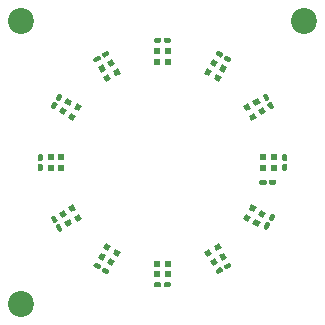
<source format=gts>
G04 #@! TF.GenerationSoftware,KiCad,Pcbnew,7.0.5.1-1-g8f565ef7f0-dirty-deb11*
G04 #@! TF.CreationDate,2023-06-03T11:29:32+00:00*
G04 #@! TF.ProjectId,pedalboard-led-ring,70656461-6c62-46f6-9172-642d6c65642d,1.0.0*
G04 #@! TF.SameCoordinates,Original*
G04 #@! TF.FileFunction,Soldermask,Top*
G04 #@! TF.FilePolarity,Negative*
%FSLAX46Y46*%
G04 Gerber Fmt 4.6, Leading zero omitted, Abs format (unit mm)*
G04 Created by KiCad (PCBNEW 7.0.5.1-1-g8f565ef7f0-dirty-deb11) date 2023-06-03 11:29:32*
%MOMM*%
%LPD*%
G01*
G04 APERTURE LIST*
%ADD10R,0.500000X0.500000*%
%ADD11C,2.200000*%
G04 APERTURE END LIST*
G36*
G01*
X71485740Y-65752869D02*
X71312534Y-65852869D01*
G75*
G02*
X71175931Y-65816266I-50000J86603D01*
G01*
X70958431Y-65439544D01*
G75*
G02*
X70995034Y-65302941I86603J50000D01*
G01*
X71168240Y-65202941D01*
G75*
G02*
X71304843Y-65239544I50000J-86603D01*
G01*
X71522343Y-65616266D01*
G75*
G02*
X71485740Y-65752869I-86603J-50000D01*
G01*
G37*
G36*
G01*
X71078240Y-65047059D02*
X70905034Y-65147059D01*
G75*
G02*
X70768431Y-65110456I-50000J86603D01*
G01*
X70550931Y-64733734D01*
G75*
G02*
X70587534Y-64597131I86603J50000D01*
G01*
X70760740Y-64497131D01*
G75*
G02*
X70897343Y-64533734I50000J-86603D01*
G01*
X71114843Y-64910456D01*
G75*
G02*
X71078240Y-65047059I-86603J-50000D01*
G01*
G37*
G36*
X84323205Y-67088012D02*
G01*
X84756217Y-66838012D01*
X85006217Y-67271024D01*
X84573205Y-67521024D01*
X84323205Y-67088012D01*
G37*
G36*
X83543783Y-67538012D02*
G01*
X83976795Y-67288012D01*
X84226795Y-67721024D01*
X83793783Y-67971024D01*
X83543783Y-67538012D01*
G37*
G36*
X83993783Y-68317434D02*
G01*
X84426795Y-68067434D01*
X84676795Y-68500446D01*
X84243783Y-68750446D01*
X83993783Y-68317434D01*
G37*
G36*
X84773205Y-67867434D02*
G01*
X85206217Y-67617434D01*
X85456217Y-68050446D01*
X85023205Y-68300446D01*
X84773205Y-67867434D01*
G37*
D10*
X88550000Y-59550000D03*
X88550000Y-60450000D03*
X89450000Y-60450000D03*
X89450000Y-59550000D03*
X79550000Y-51450000D03*
X80450000Y-51450000D03*
X80450000Y-50550000D03*
X79550000Y-50550000D03*
G36*
X87288012Y-63976795D02*
G01*
X87538012Y-63543783D01*
X87971024Y-63793783D01*
X87721024Y-64226795D01*
X87288012Y-63976795D01*
G37*
G36*
X86838012Y-64756217D02*
G01*
X87088012Y-64323205D01*
X87521024Y-64573205D01*
X87271024Y-65006217D01*
X86838012Y-64756217D01*
G37*
G36*
X87617434Y-65206217D02*
G01*
X87867434Y-64773205D01*
X88300446Y-65023205D01*
X88050446Y-65456217D01*
X87617434Y-65206217D01*
G37*
G36*
X88067434Y-64426795D02*
G01*
X88317434Y-63993783D01*
X88750446Y-64243783D01*
X88500446Y-64676795D01*
X88067434Y-64426795D01*
G37*
G36*
X72911988Y-64323205D02*
G01*
X73161988Y-64756217D01*
X72728976Y-65006217D01*
X72478976Y-64573205D01*
X72911988Y-64323205D01*
G37*
G36*
X72461988Y-63543783D02*
G01*
X72711988Y-63976795D01*
X72278976Y-64226795D01*
X72028976Y-63793783D01*
X72461988Y-63543783D01*
G37*
G36*
X71682566Y-63993783D02*
G01*
X71932566Y-64426795D01*
X71499554Y-64676795D01*
X71249554Y-64243783D01*
X71682566Y-63993783D01*
G37*
G36*
X72132566Y-64773205D02*
G01*
X72382566Y-65206217D01*
X71949554Y-65456217D01*
X71699554Y-65023205D01*
X72132566Y-64773205D01*
G37*
D11*
X68000000Y-48000000D03*
D10*
X80450000Y-68550000D03*
X79550000Y-68550000D03*
X79550000Y-69450000D03*
X80450000Y-69450000D03*
G36*
G01*
X85752869Y-68514260D02*
X85852869Y-68687466D01*
G75*
G02*
X85816266Y-68824069I-86603J-50000D01*
G01*
X85439544Y-69041569D01*
G75*
G02*
X85302941Y-69004966I-50000J86603D01*
G01*
X85202941Y-68831760D01*
G75*
G02*
X85239544Y-68695157I86603J50000D01*
G01*
X85616266Y-68477657D01*
G75*
G02*
X85752869Y-68514260I50000J-86603D01*
G01*
G37*
G36*
G01*
X85047059Y-68921760D02*
X85147059Y-69094966D01*
G75*
G02*
X85110456Y-69231569I-86603J-50000D01*
G01*
X84733734Y-69449069D01*
G75*
G02*
X84597131Y-69412466I-50000J86603D01*
G01*
X84497131Y-69239260D01*
G75*
G02*
X84533734Y-69102657I86603J50000D01*
G01*
X84910456Y-68885157D01*
G75*
G02*
X85047059Y-68921760I50000J-86603D01*
G01*
G37*
X71450000Y-60450000D03*
X71450000Y-59550000D03*
X70550000Y-59550000D03*
X70550000Y-60450000D03*
G36*
X72711988Y-56023205D02*
G01*
X72461988Y-56456217D01*
X72028976Y-56206217D01*
X72278976Y-55773205D01*
X72711988Y-56023205D01*
G37*
G36*
X73161988Y-55243783D02*
G01*
X72911988Y-55676795D01*
X72478976Y-55426795D01*
X72728976Y-54993783D01*
X73161988Y-55243783D01*
G37*
G36*
X72382566Y-54793783D02*
G01*
X72132566Y-55226795D01*
X71699554Y-54976795D01*
X71949554Y-54543783D01*
X72382566Y-54793783D01*
G37*
G36*
X71932566Y-55573205D02*
G01*
X71682566Y-56006217D01*
X71249554Y-55756217D01*
X71499554Y-55323205D01*
X71932566Y-55573205D01*
G37*
G36*
G01*
X88794103Y-65677869D02*
X88620897Y-65577869D01*
G75*
G02*
X88584294Y-65441266I50000J86603D01*
G01*
X88801794Y-65064544D01*
G75*
G02*
X88938397Y-65027941I86603J-50000D01*
G01*
X89111603Y-65127941D01*
G75*
G02*
X89148206Y-65264544I-50000J-86603D01*
G01*
X88930706Y-65641266D01*
G75*
G02*
X88794103Y-65677869I-86603J50000D01*
G01*
G37*
G36*
G01*
X89201603Y-64972059D02*
X89028397Y-64872059D01*
G75*
G02*
X88991794Y-64735456I50000J86603D01*
G01*
X89209294Y-64358734D01*
G75*
G02*
X89345897Y-64322131I86603J-50000D01*
G01*
X89519103Y-64422131D01*
G75*
G02*
X89555706Y-64558734I-50000J-86603D01*
G01*
X89338206Y-64935456D01*
G75*
G02*
X89201603Y-64972059I-86603J50000D01*
G01*
G37*
D11*
X92000000Y-48000000D03*
G36*
G01*
X70760740Y-55502869D02*
X70587534Y-55402869D01*
G75*
G02*
X70550931Y-55266266I50000J86603D01*
G01*
X70768431Y-54889544D01*
G75*
G02*
X70905034Y-54852941I86603J-50000D01*
G01*
X71078240Y-54952941D01*
G75*
G02*
X71114843Y-55089544I-50000J-86603D01*
G01*
X70897343Y-55466266D01*
G75*
G02*
X70760740Y-55502869I-86603J50000D01*
G01*
G37*
G36*
G01*
X71168240Y-54797059D02*
X70995034Y-54697059D01*
G75*
G02*
X70958431Y-54560456I50000J86603D01*
G01*
X71175931Y-54183734D01*
G75*
G02*
X71312534Y-54147131I86603J-50000D01*
G01*
X71485740Y-54247131D01*
G75*
G02*
X71522343Y-54383734I-50000J-86603D01*
G01*
X71304843Y-54760456D01*
G75*
G02*
X71168240Y-54797059I-86603J50000D01*
G01*
G37*
G36*
G01*
X75502869Y-69239260D02*
X75402869Y-69412466D01*
G75*
G02*
X75266266Y-69449069I-86603J50000D01*
G01*
X74889544Y-69231569D01*
G75*
G02*
X74852941Y-69094966I50000J86603D01*
G01*
X74952941Y-68921760D01*
G75*
G02*
X75089544Y-68885157I86603J-50000D01*
G01*
X75466266Y-69102657D01*
G75*
G02*
X75502869Y-69239260I-50000J-86603D01*
G01*
G37*
G36*
G01*
X74797059Y-68831760D02*
X74697059Y-69004966D01*
G75*
G02*
X74560456Y-69041569I-86603J50000D01*
G01*
X74183734Y-68824069D01*
G75*
G02*
X74147131Y-68687466I50000J86603D01*
G01*
X74247131Y-68514260D01*
G75*
G02*
X74383734Y-68477657I86603J-50000D01*
G01*
X74760456Y-68695157D01*
G75*
G02*
X74797059Y-68831760I-50000J-86603D01*
G01*
G37*
G36*
G01*
X69750000Y-60725000D02*
X69550000Y-60725000D01*
G75*
G02*
X69450000Y-60625000I0J100000D01*
G01*
X69450000Y-60190000D01*
G75*
G02*
X69550000Y-60090000I100000J0D01*
G01*
X69750000Y-60090000D01*
G75*
G02*
X69850000Y-60190000I0J-100000D01*
G01*
X69850000Y-60625000D01*
G75*
G02*
X69750000Y-60725000I-100000J0D01*
G01*
G37*
G36*
G01*
X69750000Y-59910000D02*
X69550000Y-59910000D01*
G75*
G02*
X69450000Y-59810000I0J100000D01*
G01*
X69450000Y-59375000D01*
G75*
G02*
X69550000Y-59275000I100000J0D01*
G01*
X69750000Y-59275000D01*
G75*
G02*
X69850000Y-59375000I0J-100000D01*
G01*
X69850000Y-59810000D01*
G75*
G02*
X69750000Y-59910000I-100000J0D01*
G01*
G37*
G36*
G01*
X80725000Y-70250000D02*
X80725000Y-70450000D01*
G75*
G02*
X80625000Y-70550000I-100000J0D01*
G01*
X80190000Y-70550000D01*
G75*
G02*
X80090000Y-70450000I0J100000D01*
G01*
X80090000Y-70250000D01*
G75*
G02*
X80190000Y-70150000I100000J0D01*
G01*
X80625000Y-70150000D01*
G75*
G02*
X80725000Y-70250000I0J-100000D01*
G01*
G37*
G36*
G01*
X79910000Y-70250000D02*
X79910000Y-70450000D01*
G75*
G02*
X79810000Y-70550000I-100000J0D01*
G01*
X79375000Y-70550000D01*
G75*
G02*
X79275000Y-70450000I0J100000D01*
G01*
X79275000Y-70250000D01*
G75*
G02*
X79375000Y-70150000I100000J0D01*
G01*
X79810000Y-70150000D01*
G75*
G02*
X79910000Y-70250000I0J-100000D01*
G01*
G37*
G36*
G01*
X84497131Y-50760740D02*
X84597131Y-50587534D01*
G75*
G02*
X84733734Y-50550931I86603J-50000D01*
G01*
X85110456Y-50768431D01*
G75*
G02*
X85147059Y-50905034I-50000J-86603D01*
G01*
X85047059Y-51078240D01*
G75*
G02*
X84910456Y-51114843I-86603J50000D01*
G01*
X84533734Y-50897343D01*
G75*
G02*
X84497131Y-50760740I50000J86603D01*
G01*
G37*
G36*
G01*
X85202941Y-51168240D02*
X85302941Y-50995034D01*
G75*
G02*
X85439544Y-50958431I86603J-50000D01*
G01*
X85816266Y-51175931D01*
G75*
G02*
X85852869Y-51312534I-50000J-86603D01*
G01*
X85752869Y-51485740D01*
G75*
G02*
X85616266Y-51522343I-86603J50000D01*
G01*
X85239544Y-51304843D01*
G75*
G02*
X85202941Y-51168240I50000J86603D01*
G01*
G37*
G36*
G01*
X88514260Y-54247131D02*
X88687466Y-54147131D01*
G75*
G02*
X88824069Y-54183734I50000J-86603D01*
G01*
X89041569Y-54560456D01*
G75*
G02*
X89004966Y-54697059I-86603J-50000D01*
G01*
X88831760Y-54797059D01*
G75*
G02*
X88695157Y-54760456I-50000J86603D01*
G01*
X88477657Y-54383734D01*
G75*
G02*
X88514260Y-54247131I86603J50000D01*
G01*
G37*
G36*
G01*
X88921760Y-54952941D02*
X89094966Y-54852941D01*
G75*
G02*
X89231569Y-54889544I50000J-86603D01*
G01*
X89449069Y-55266266D01*
G75*
G02*
X89412466Y-55402869I-86603J-50000D01*
G01*
X89239260Y-55502869D01*
G75*
G02*
X89102657Y-55466266I-50000J86603D01*
G01*
X88885157Y-55089544D01*
G75*
G02*
X88921760Y-54952941I86603J50000D01*
G01*
G37*
G36*
G01*
X74247131Y-51485740D02*
X74147131Y-51312534D01*
G75*
G02*
X74183734Y-51175931I86603J50000D01*
G01*
X74560456Y-50958431D01*
G75*
G02*
X74697059Y-50995034I50000J-86603D01*
G01*
X74797059Y-51168240D01*
G75*
G02*
X74760456Y-51304843I-86603J-50000D01*
G01*
X74383734Y-51522343D01*
G75*
G02*
X74247131Y-51485740I-50000J86603D01*
G01*
G37*
G36*
G01*
X74952941Y-51078240D02*
X74852941Y-50905034D01*
G75*
G02*
X74889544Y-50768431I86603J50000D01*
G01*
X75266266Y-50550931D01*
G75*
G02*
X75402869Y-50587534I50000J-86603D01*
G01*
X75502869Y-50760740D01*
G75*
G02*
X75466266Y-50897343I-86603J-50000D01*
G01*
X75089544Y-51114843D01*
G75*
G02*
X74952941Y-51078240I-50000J86603D01*
G01*
G37*
X68000000Y-72000000D03*
G36*
X87088012Y-55676795D02*
G01*
X86838012Y-55243783D01*
X87271024Y-54993783D01*
X87521024Y-55426795D01*
X87088012Y-55676795D01*
G37*
G36*
X87538012Y-56456217D02*
G01*
X87288012Y-56023205D01*
X87721024Y-55773205D01*
X87971024Y-56206217D01*
X87538012Y-56456217D01*
G37*
G36*
X88317434Y-56006217D02*
G01*
X88067434Y-55573205D01*
X88500446Y-55323205D01*
X88750446Y-55756217D01*
X88317434Y-56006217D01*
G37*
G36*
X87867434Y-55226795D02*
G01*
X87617434Y-54793783D01*
X88050446Y-54543783D01*
X88300446Y-54976795D01*
X87867434Y-55226795D01*
G37*
G36*
G01*
X90250000Y-59275000D02*
X90450000Y-59275000D01*
G75*
G02*
X90550000Y-59375000I0J-100000D01*
G01*
X90550000Y-59810000D01*
G75*
G02*
X90450000Y-59910000I-100000J0D01*
G01*
X90250000Y-59910000D01*
G75*
G02*
X90150000Y-59810000I0J100000D01*
G01*
X90150000Y-59375000D01*
G75*
G02*
X90250000Y-59275000I100000J0D01*
G01*
G37*
G36*
G01*
X90250000Y-60090000D02*
X90450000Y-60090000D01*
G75*
G02*
X90550000Y-60190000I0J-100000D01*
G01*
X90550000Y-60625000D01*
G75*
G02*
X90450000Y-60725000I-100000J0D01*
G01*
X90250000Y-60725000D01*
G75*
G02*
X90150000Y-60625000I0J100000D01*
G01*
X90150000Y-60190000D01*
G75*
G02*
X90250000Y-60090000I100000J0D01*
G01*
G37*
G36*
X75676795Y-52911988D02*
G01*
X75243783Y-53161988D01*
X74993783Y-52728976D01*
X75426795Y-52478976D01*
X75676795Y-52911988D01*
G37*
G36*
X76456217Y-52461988D02*
G01*
X76023205Y-52711988D01*
X75773205Y-52278976D01*
X76206217Y-52028976D01*
X76456217Y-52461988D01*
G37*
G36*
X76006217Y-51682566D02*
G01*
X75573205Y-51932566D01*
X75323205Y-51499554D01*
X75756217Y-51249554D01*
X76006217Y-51682566D01*
G37*
G36*
X75226795Y-52132566D02*
G01*
X74793783Y-52382566D01*
X74543783Y-51949554D01*
X74976795Y-51699554D01*
X75226795Y-52132566D01*
G37*
G36*
X76023205Y-67288012D02*
G01*
X76456217Y-67538012D01*
X76206217Y-67971024D01*
X75773205Y-67721024D01*
X76023205Y-67288012D01*
G37*
G36*
X75243783Y-66838012D02*
G01*
X75676795Y-67088012D01*
X75426795Y-67521024D01*
X74993783Y-67271024D01*
X75243783Y-66838012D01*
G37*
G36*
X74793783Y-67617434D02*
G01*
X75226795Y-67867434D01*
X74976795Y-68300446D01*
X74543783Y-68050446D01*
X74793783Y-67617434D01*
G37*
G36*
X75573205Y-68067434D02*
G01*
X76006217Y-68317434D01*
X75756217Y-68750446D01*
X75323205Y-68500446D01*
X75573205Y-68067434D01*
G37*
G36*
X83976795Y-52711988D02*
G01*
X83543783Y-52461988D01*
X83793783Y-52028976D01*
X84226795Y-52278976D01*
X83976795Y-52711988D01*
G37*
G36*
X84756217Y-53161988D02*
G01*
X84323205Y-52911988D01*
X84573205Y-52478976D01*
X85006217Y-52728976D01*
X84756217Y-53161988D01*
G37*
G36*
X85206217Y-52382566D02*
G01*
X84773205Y-52132566D01*
X85023205Y-51699554D01*
X85456217Y-51949554D01*
X85206217Y-52382566D01*
G37*
G36*
X84426795Y-51932566D02*
G01*
X83993783Y-51682566D01*
X84243783Y-51249554D01*
X84676795Y-51499554D01*
X84426795Y-51932566D01*
G37*
G36*
G01*
X89635000Y-61580000D02*
X89635000Y-61780000D01*
G75*
G02*
X89535000Y-61880000I-100000J0D01*
G01*
X89100000Y-61880000D01*
G75*
G02*
X89000000Y-61780000I0J100000D01*
G01*
X89000000Y-61580000D01*
G75*
G02*
X89100000Y-61480000I100000J0D01*
G01*
X89535000Y-61480000D01*
G75*
G02*
X89635000Y-61580000I0J-100000D01*
G01*
G37*
G36*
G01*
X88820000Y-61580000D02*
X88820000Y-61780000D01*
G75*
G02*
X88720000Y-61880000I-100000J0D01*
G01*
X88285000Y-61880000D01*
G75*
G02*
X88185000Y-61780000I0J100000D01*
G01*
X88185000Y-61580000D01*
G75*
G02*
X88285000Y-61480000I100000J0D01*
G01*
X88720000Y-61480000D01*
G75*
G02*
X88820000Y-61580000I0J-100000D01*
G01*
G37*
G36*
G01*
X79275000Y-49750000D02*
X79275000Y-49550000D01*
G75*
G02*
X79375000Y-49450000I100000J0D01*
G01*
X79810000Y-49450000D01*
G75*
G02*
X79910000Y-49550000I0J-100000D01*
G01*
X79910000Y-49750000D01*
G75*
G02*
X79810000Y-49850000I-100000J0D01*
G01*
X79375000Y-49850000D01*
G75*
G02*
X79275000Y-49750000I0J100000D01*
G01*
G37*
G36*
G01*
X80090000Y-49750000D02*
X80090000Y-49550000D01*
G75*
G02*
X80190000Y-49450000I100000J0D01*
G01*
X80625000Y-49450000D01*
G75*
G02*
X80725000Y-49550000I0J-100000D01*
G01*
X80725000Y-49750000D01*
G75*
G02*
X80625000Y-49850000I-100000J0D01*
G01*
X80190000Y-49850000D01*
G75*
G02*
X80090000Y-49750000I0J100000D01*
G01*
G37*
M02*

</source>
